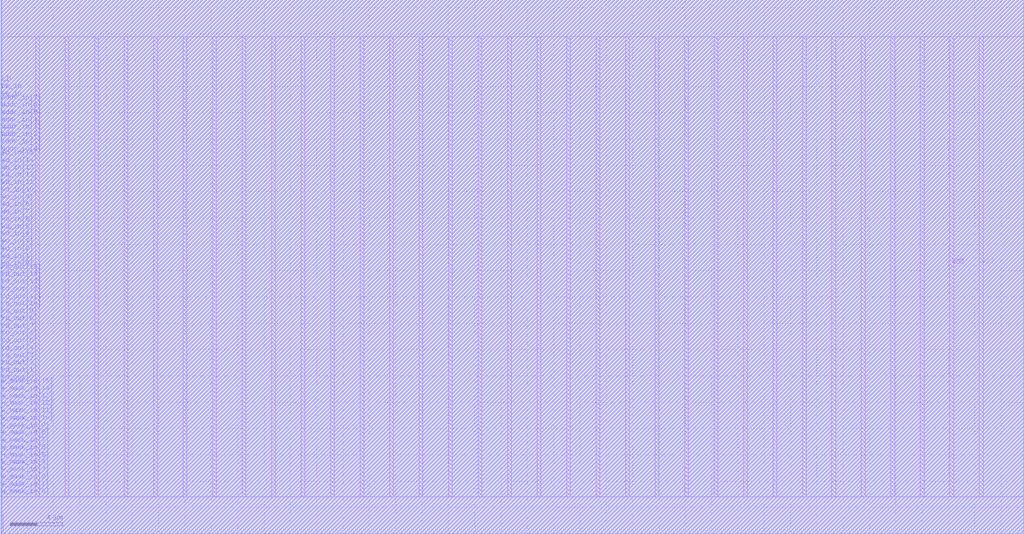
<source format=lef>
VERSION 5.7 ;
BUSBITCHARS "[]" ;
MACRO fakeram45_256x16_upper
  FOREIGN fakeram45_256x16_upper 0 0 ;
  SYMMETRY X Y R90 ;
  SIZE 0.19 BY 1.4 ;
  CLASS BLOCK ;
  PIN w_mask_in[0]
    DIRECTION INPUT ;
    USE SIGNAL ;
    SHAPE ABUTMENT ;
    PORT
      LAYER metal18 ;
      RECT 0.000 2.800 0.070 2.870 ;
    END
  END w_mask_in[0]
  PIN w_mask_in[1]
    DIRECTION INPUT ;
    USE SIGNAL ;
    SHAPE ABUTMENT ;
    PORT
      LAYER metal18 ;
      RECT 0.000 3.360 0.070 3.430 ;
    END
  END w_mask_in[1]
  PIN w_mask_in[2]
    DIRECTION INPUT ;
    USE SIGNAL ;
    SHAPE ABUTMENT ;
    PORT
      LAYER metal18 ;
      RECT 0.000 3.920 0.070 3.990 ;
    END
  END w_mask_in[2]
  PIN w_mask_in[3]
    DIRECTION INPUT ;
    USE SIGNAL ;
    SHAPE ABUTMENT ;
    PORT
      LAYER metal18 ;
      RECT 0.000 4.480 0.070 4.550 ;
    END
  END w_mask_in[3]
  PIN w_mask_in[4]
    DIRECTION INPUT ;
    USE SIGNAL ;
    SHAPE ABUTMENT ;
    PORT
      LAYER metal18 ;
      RECT 0.000 5.040 0.070 5.110 ;
    END
  END w_mask_in[4]
  PIN w_mask_in[5]
    DIRECTION INPUT ;
    USE SIGNAL ;
    SHAPE ABUTMENT ;
    PORT
      LAYER metal18 ;
      RECT 0.000 5.600 0.070 5.670 ;
    END
  END w_mask_in[5]
  PIN w_mask_in[6]
    DIRECTION INPUT ;
    USE SIGNAL ;
    SHAPE ABUTMENT ;
    PORT
      LAYER metal18 ;
      RECT 0.000 6.160 0.070 6.230 ;
    END
  END w_mask_in[6]
  PIN w_mask_in[7]
    DIRECTION INPUT ;
    USE SIGNAL ;
    SHAPE ABUTMENT ;
    PORT
      LAYER metal18 ;
      RECT 0.000 6.720 0.070 6.790 ;
    END
  END w_mask_in[7]
  PIN w_mask_in[8]
    DIRECTION INPUT ;
    USE SIGNAL ;
    SHAPE ABUTMENT ;
    PORT
      LAYER metal18 ;
      RECT 0.000 7.280 0.070 7.350 ;
    END
  END w_mask_in[8]
  PIN w_mask_in[9]
    DIRECTION INPUT ;
    USE SIGNAL ;
    SHAPE ABUTMENT ;
    PORT
      LAYER metal18 ;
      RECT 0.000 7.840 0.070 7.910 ;
    END
  END w_mask_in[9]
  PIN w_mask_in[10]
    DIRECTION INPUT ;
    USE SIGNAL ;
    SHAPE ABUTMENT ;
    PORT
      LAYER metal18 ;
      RECT 0.000 8.400 0.070 8.470 ;
    END
  END w_mask_in[10]
  PIN w_mask_in[11]
    DIRECTION INPUT ;
    USE SIGNAL ;
    SHAPE ABUTMENT ;
    PORT
      LAYER metal18 ;
      RECT 0.000 8.960 0.070 9.030 ;
    END
  END w_mask_in[11]
  PIN w_mask_in[12]
    DIRECTION INPUT ;
    USE SIGNAL ;
    SHAPE ABUTMENT ;
    PORT
      LAYER metal18 ;
      RECT 0.000 9.520 0.070 9.590 ;
    END
  END w_mask_in[12]
  PIN w_mask_in[13]
    DIRECTION INPUT ;
    USE SIGNAL ;
    SHAPE ABUTMENT ;
    PORT
      LAYER metal18 ;
      RECT 0.000 10.080 0.070 10.150 ;
    END
  END w_mask_in[13]
  PIN w_mask_in[14]
    DIRECTION INPUT ;
    USE SIGNAL ;
    SHAPE ABUTMENT ;
    PORT
      LAYER metal18 ;
      RECT 0.000 10.640 0.070 10.710 ;
    END
  END w_mask_in[14]
  PIN w_mask_in[15]
    DIRECTION INPUT ;
    USE SIGNAL ;
    SHAPE ABUTMENT ;
    PORT
      LAYER metal18 ;
      RECT 0.000 11.200 0.070 11.270 ;
    END
  END w_mask_in[15]
  PIN rd_out[0]
    DIRECTION OUTPUT ;
    USE SIGNAL ;
    SHAPE ABUTMENT ;
    PORT
      LAYER metal18 ;
      RECT 0.000 11.480 0.070 11.550 ;
    END
  END rd_out[0]
  PIN rd_out[1]
    DIRECTION OUTPUT ;
    USE SIGNAL ;
    SHAPE ABUTMENT ;
    PORT
      LAYER metal18 ;
      RECT 0.000 12.040 0.070 12.110 ;
    END
  END rd_out[1]
  PIN rd_out[2]
    DIRECTION OUTPUT ;
    USE SIGNAL ;
    SHAPE ABUTMENT ;
    PORT
      LAYER metal18 ;
      RECT 0.000 12.600 0.070 12.670 ;
    END
  END rd_out[2]
  PIN rd_out[3]
    DIRECTION OUTPUT ;
    USE SIGNAL ;
    SHAPE ABUTMENT ;
    PORT
      LAYER metal18 ;
      RECT 0.000 13.160 0.070 13.230 ;
    END
  END rd_out[3]
  PIN rd_out[4]
    DIRECTION OUTPUT ;
    USE SIGNAL ;
    SHAPE ABUTMENT ;
    PORT
      LAYER metal18 ;
      RECT 0.000 13.720 0.070 13.790 ;
    END
  END rd_out[4]
  PIN rd_out[5]
    DIRECTION OUTPUT ;
    USE SIGNAL ;
    SHAPE ABUTMENT ;
    PORT
      LAYER metal18 ;
      RECT 0.000 14.280 0.070 14.350 ;
    END
  END rd_out[5]
  PIN rd_out[6]
    DIRECTION OUTPUT ;
    USE SIGNAL ;
    SHAPE ABUTMENT ;
    PORT
      LAYER metal18 ;
      RECT 0.000 14.840 0.070 14.910 ;
    END
  END rd_out[6]
  PIN rd_out[7]
    DIRECTION OUTPUT ;
    USE SIGNAL ;
    SHAPE ABUTMENT ;
    PORT
      LAYER metal18 ;
      RECT 0.000 15.400 0.070 15.470 ;
    END
  END rd_out[7]
  PIN rd_out[8]
    DIRECTION OUTPUT ;
    USE SIGNAL ;
    SHAPE ABUTMENT ;
    PORT
      LAYER metal18 ;
      RECT 0.000 15.960 0.070 16.030 ;
    END
  END rd_out[8]
  PIN rd_out[9]
    DIRECTION OUTPUT ;
    USE SIGNAL ;
    SHAPE ABUTMENT ;
    PORT
      LAYER metal18 ;
      RECT 0.000 16.520 0.070 16.590 ;
    END
  END rd_out[9]
  PIN rd_out[10]
    DIRECTION OUTPUT ;
    USE SIGNAL ;
    SHAPE ABUTMENT ;
    PORT
      LAYER metal18 ;
      RECT 0.000 17.080 0.070 17.150 ;
    END
  END rd_out[10]
  PIN rd_out[11]
    DIRECTION OUTPUT ;
    USE SIGNAL ;
    SHAPE ABUTMENT ;
    PORT
      LAYER metal18 ;
      RECT 0.000 17.640 0.070 17.710 ;
    END
  END rd_out[11]
  PIN rd_out[12]
    DIRECTION OUTPUT ;
    USE SIGNAL ;
    SHAPE ABUTMENT ;
    PORT
      LAYER metal18 ;
      RECT 0.000 18.200 0.070 18.270 ;
    END
  END rd_out[12]
  PIN rd_out[13]
    DIRECTION OUTPUT ;
    USE SIGNAL ;
    SHAPE ABUTMENT ;
    PORT
      LAYER metal18 ;
      RECT 0.000 18.760 0.070 18.830 ;
    END
  END rd_out[13]
  PIN rd_out[14]
    DIRECTION OUTPUT ;
    USE SIGNAL ;
    SHAPE ABUTMENT ;
    PORT
      LAYER metal18 ;
      RECT 0.000 19.320 0.070 19.390 ;
    END
  END rd_out[14]
  PIN rd_out[15]
    DIRECTION OUTPUT ;
    USE SIGNAL ;
    SHAPE ABUTMENT ;
    PORT
      LAYER metal18 ;
      RECT 0.000 19.880 0.070 19.950 ;
    END
  END rd_out[15]
  PIN wd_in[0]
    DIRECTION INPUT ;
    USE SIGNAL ;
    SHAPE ABUTMENT ;
    PORT
      LAYER metal18 ;
      RECT 0.000 20.160 0.070 20.230 ;
    END
  END wd_in[0]
  PIN wd_in[1]
    DIRECTION INPUT ;
    USE SIGNAL ;
    SHAPE ABUTMENT ;
    PORT
      LAYER metal18 ;
      RECT 0.000 20.720 0.070 20.790 ;
    END
  END wd_in[1]
  PIN wd_in[2]
    DIRECTION INPUT ;
    USE SIGNAL ;
    SHAPE ABUTMENT ;
    PORT
      LAYER metal18 ;
      RECT 0.000 21.280 0.070 21.350 ;
    END
  END wd_in[2]
  PIN wd_in[3]
    DIRECTION INPUT ;
    USE SIGNAL ;
    SHAPE ABUTMENT ;
    PORT
      LAYER metal18 ;
      RECT 0.000 21.840 0.070 21.910 ;
    END
  END wd_in[3]
  PIN wd_in[4]
    DIRECTION INPUT ;
    USE SIGNAL ;
    SHAPE ABUTMENT ;
    PORT
      LAYER metal18 ;
      RECT 0.000 22.400 0.070 22.470 ;
    END
  END wd_in[4]
  PIN wd_in[5]
    DIRECTION INPUT ;
    USE SIGNAL ;
    SHAPE ABUTMENT ;
    PORT
      LAYER metal18 ;
      RECT 0.000 22.960 0.070 23.030 ;
    END
  END wd_in[5]
  PIN wd_in[6]
    DIRECTION INPUT ;
    USE SIGNAL ;
    SHAPE ABUTMENT ;
    PORT
      LAYER metal18 ;
      RECT 0.000 23.520 0.070 23.590 ;
    END
  END wd_in[6]
  PIN wd_in[7]
    DIRECTION INPUT ;
    USE SIGNAL ;
    SHAPE ABUTMENT ;
    PORT
      LAYER metal18 ;
      RECT 0.000 24.080 0.070 24.150 ;
    END
  END wd_in[7]
  PIN wd_in[8]
    DIRECTION INPUT ;
    USE SIGNAL ;
    SHAPE ABUTMENT ;
    PORT
      LAYER metal18 ;
      RECT 0.000 24.640 0.070 24.710 ;
    END
  END wd_in[8]
  PIN wd_in[9]
    DIRECTION INPUT ;
    USE SIGNAL ;
    SHAPE ABUTMENT ;
    PORT
      LAYER metal18 ;
      RECT 0.000 25.200 0.070 25.270 ;
    END
  END wd_in[9]
  PIN wd_in[10]
    DIRECTION INPUT ;
    USE SIGNAL ;
    SHAPE ABUTMENT ;
    PORT
      LAYER metal18 ;
      RECT 0.000 25.760 0.070 25.830 ;
    END
  END wd_in[10]
  PIN wd_in[11]
    DIRECTION INPUT ;
    USE SIGNAL ;
    SHAPE ABUTMENT ;
    PORT
      LAYER metal18 ;
      RECT 0.000 26.320 0.070 26.390 ;
    END
  END wd_in[11]
  PIN wd_in[12]
    DIRECTION INPUT ;
    USE SIGNAL ;
    SHAPE ABUTMENT ;
    PORT
      LAYER metal18 ;
      RECT 0.000 26.880 0.070 26.950 ;
    END
  END wd_in[12]
  PIN wd_in[13]
    DIRECTION INPUT ;
    USE SIGNAL ;
    SHAPE ABUTMENT ;
    PORT
      LAYER metal18 ;
      RECT 0.000 27.440 0.070 27.510 ;
    END
  END wd_in[13]
  PIN wd_in[14]
    DIRECTION INPUT ;
    USE SIGNAL ;
    SHAPE ABUTMENT ;
    PORT
      LAYER metal18 ;
      RECT 0.000 28.000 0.070 28.070 ;
    END
  END wd_in[14]
  PIN wd_in[15]
    DIRECTION INPUT ;
    USE SIGNAL ;
    SHAPE ABUTMENT ;
    PORT
      LAYER metal18 ;
      RECT 0.000 28.560 0.070 28.630 ;
    END
  END wd_in[15]
  PIN addr_in[0]
    DIRECTION INPUT ;
    USE SIGNAL ;
    SHAPE ABUTMENT ;
    PORT
      LAYER metal18 ;
      RECT 0.000 28.840 0.070 28.910 ;
    END
  END addr_in[0]
  PIN addr_in[1]
    DIRECTION INPUT ;
    USE SIGNAL ;
    SHAPE ABUTMENT ;
    PORT
      LAYER metal18 ;
      RECT 0.000 29.400 0.070 29.470 ;
    END
  END addr_in[1]
  PIN addr_in[2]
    DIRECTION INPUT ;
    USE SIGNAL ;
    SHAPE ABUTMENT ;
    PORT
      LAYER metal18 ;
      RECT 0.000 29.960 0.070 30.030 ;
    END
  END addr_in[2]
  PIN addr_in[3]
    DIRECTION INPUT ;
    USE SIGNAL ;
    SHAPE ABUTMENT ;
    PORT
      LAYER metal18 ;
      RECT 0.000 30.520 0.070 30.590 ;
    END
  END addr_in[3]
  PIN addr_in[4]
    DIRECTION INPUT ;
    USE SIGNAL ;
    SHAPE ABUTMENT ;
    PORT
      LAYER metal18 ;
      RECT 0.000 31.080 0.070 31.150 ;
    END
  END addr_in[4]
  PIN addr_in[5]
    DIRECTION INPUT ;
    USE SIGNAL ;
    SHAPE ABUTMENT ;
    PORT
      LAYER metal18 ;
      RECT 0.000 31.640 0.070 31.710 ;
    END
  END addr_in[5]
  PIN addr_in[6]
    DIRECTION INPUT ;
    USE SIGNAL ;
    SHAPE ABUTMENT ;
    PORT
      LAYER metal18 ;
      RECT 0.000 32.200 0.070 32.270 ;
    END
  END addr_in[6]
  PIN addr_in[7]
    DIRECTION INPUT ;
    USE SIGNAL ;
    SHAPE ABUTMENT ;
    PORT
      LAYER metal18 ;
      RECT 0.000 32.760 0.070 32.830 ;
    END
  END addr_in[7]
  PIN we_in
    DIRECTION INPUT ;
    USE SIGNAL ;
    SHAPE ABUTMENT ;
    PORT
      LAYER metal18 ;
      RECT 0.000 33.040 0.070 33.110 ;
    END
  END we_in
  PIN ce_in
    DIRECTION INPUT ;
    USE SIGNAL ;
    SHAPE ABUTMENT ;
    PORT
      LAYER metal18 ;
      RECT 0.000 33.600 0.070 33.670 ;
    END
  END ce_in
  PIN clk
    DIRECTION INPUT ;
    USE SIGNAL ;
    SHAPE ABUTMENT ;
    PORT
      LAYER metal18 ;
      RECT 0.000 34.160 0.070 34.230 ;
    END
  END clk
  PIN VSS
    DIRECTION INOUT ;
    USE GROUND ;
    PORT
      LAYER metal17 ;
      RECT 2.660 2.800 2.940 37.800 ;
      RECT 7.140 2.800 7.420 37.800 ;
      RECT 11.620 2.800 11.900 37.800 ;
      RECT 16.100 2.800 16.380 37.800 ;
      RECT 20.580 2.800 20.860 37.800 ;
      RECT 25.060 2.800 25.340 37.800 ;
      RECT 29.540 2.800 29.820 37.800 ;
      RECT 34.020 2.800 34.300 37.800 ;
      RECT 38.500 2.800 38.780 37.800 ;
      RECT 42.980 2.800 43.260 37.800 ;
      RECT 47.460 2.800 47.740 37.800 ;
      RECT 51.940 2.800 52.220 37.800 ;
      RECT 56.420 2.800 56.700 37.800 ;
      RECT 60.900 2.800 61.180 37.800 ;
      RECT 65.380 2.800 65.660 37.800 ;
      RECT 69.860 2.800 70.140 37.800 ;
      RECT 74.340 2.800 74.620 37.800 ;
    END
  END VSS
  PIN VDD
    DIRECTION INOUT ;
    USE POWER ;
    PORT
      LAYER metal17 ;
      RECT 4.900 2.800 5.180 37.800 ;
      RECT 9.380 2.800 9.660 37.800 ;
      RECT 13.860 2.800 14.140 37.800 ;
      RECT 18.340 2.800 18.620 37.800 ;
      RECT 22.820 2.800 23.100 37.800 ;
      RECT 27.300 2.800 27.580 37.800 ;
      RECT 31.780 2.800 32.060 37.800 ;
      RECT 36.260 2.800 36.540 37.800 ;
      RECT 40.740 2.800 41.020 37.800 ;
      RECT 45.220 2.800 45.500 37.800 ;
      RECT 49.700 2.800 49.980 37.800 ;
      RECT 54.180 2.800 54.460 37.800 ;
      RECT 58.660 2.800 58.940 37.800 ;
      RECT 63.140 2.800 63.420 37.800 ;
      RECT 67.620 2.800 67.900 37.800 ;
      RECT 72.100 2.800 72.380 37.800 ;
    END
  END VDD
  OBS
    LAYER metal20 ;
    RECT 0 0 77.710 40.600 ;
    LAYER metal19 ;
    RECT 0 0 77.710 40.600 ;
    LAYER metal18 ;
    RECT 0.070 0 77.710 40.600 ;
    RECT 0 0.000 0.070 2.800 ;
    RECT 0 2.870 0.070 3.360 ;
    RECT 0 3.430 0.070 3.920 ;
    RECT 0 3.990 0.070 4.480 ;
    RECT 0 4.550 0.070 5.040 ;
    RECT 0 5.110 0.070 5.600 ;
    RECT 0 5.670 0.070 6.160 ;
    RECT 0 6.230 0.070 6.720 ;
    RECT 0 6.790 0.070 7.280 ;
    RECT 0 7.350 0.070 7.840 ;
    RECT 0 7.910 0.070 8.400 ;
    RECT 0 8.470 0.070 8.960 ;
    RECT 0 9.030 0.070 9.520 ;
    RECT 0 9.590 0.070 10.080 ;
    RECT 0 10.150 0.070 10.640 ;
    RECT 0 10.710 0.070 11.200 ;
    RECT 0 11.270 0.070 11.480 ;
    RECT 0 11.550 0.070 12.040 ;
    RECT 0 12.110 0.070 12.600 ;
    RECT 0 12.670 0.070 13.160 ;
    RECT 0 13.230 0.070 13.720 ;
    RECT 0 13.790 0.070 14.280 ;
    RECT 0 14.350 0.070 14.840 ;
    RECT 0 14.910 0.070 15.400 ;
    RECT 0 15.470 0.070 15.960 ;
    RECT 0 16.030 0.070 16.520 ;
    RECT 0 16.590 0.070 17.080 ;
    RECT 0 17.150 0.070 17.640 ;
    RECT 0 17.710 0.070 18.200 ;
    RECT 0 18.270 0.070 18.760 ;
    RECT 0 18.830 0.070 19.320 ;
    RECT 0 19.390 0.070 19.880 ;
    RECT 0 19.950 0.070 20.160 ;
    RECT 0 20.230 0.070 20.720 ;
    RECT 0 20.790 0.070 21.280 ;
    RECT 0 21.350 0.070 21.840 ;
    RECT 0 21.910 0.070 22.400 ;
    RECT 0 22.470 0.070 22.960 ;
    RECT 0 23.030 0.070 23.520 ;
    RECT 0 23.590 0.070 24.080 ;
    RECT 0 24.150 0.070 24.640 ;
    RECT 0 24.710 0.070 25.200 ;
    RECT 0 25.270 0.070 25.760 ;
    RECT 0 25.830 0.070 26.320 ;
    RECT 0 26.390 0.070 26.880 ;
    RECT 0 26.950 0.070 27.440 ;
    RECT 0 27.510 0.070 28.000 ;
    RECT 0 28.070 0.070 28.560 ;
    RECT 0 28.630 0.070 28.840 ;
    RECT 0 28.910 0.070 29.400 ;
    RECT 0 29.470 0.070 29.960 ;
    RECT 0 30.030 0.070 30.520 ;
    RECT 0 30.590 0.070 31.080 ;
    RECT 0 31.150 0.070 31.640 ;
    RECT 0 31.710 0.070 32.200 ;
    RECT 0 32.270 0.070 32.760 ;
    RECT 0 32.830 0.070 33.040 ;
    RECT 0 33.110 0.070 33.600 ;
    RECT 0 33.670 0.070 34.160 ;
    RECT 0 34.230 0.070 40.600 ;
    LAYER metal17 ;
    RECT 0 0 77.710 2.800 ;
    RECT 0 37.800 77.710 40.600 ;
    RECT 0.000 2.800 2.660 37.800 ;
    RECT 2.940 2.800 4.900 37.800 ;
    RECT 5.180 2.800 7.140 37.800 ;
    RECT 7.420 2.800 9.380 37.800 ;
    RECT 9.660 2.800 11.620 37.800 ;
    RECT 11.900 2.800 13.860 37.800 ;
    RECT 14.140 2.800 16.100 37.800 ;
    RECT 16.380 2.800 18.340 37.800 ;
    RECT 18.620 2.800 20.580 37.800 ;
    RECT 20.860 2.800 22.820 37.800 ;
    RECT 23.100 2.800 25.060 37.800 ;
    RECT 25.340 2.800 27.300 37.800 ;
    RECT 27.580 2.800 29.540 37.800 ;
    RECT 29.820 2.800 31.780 37.800 ;
    RECT 32.060 2.800 34.020 37.800 ;
    RECT 34.300 2.800 36.260 37.800 ;
    RECT 36.540 2.800 38.500 37.800 ;
    RECT 38.780 2.800 40.740 37.800 ;
    RECT 41.020 2.800 42.980 37.800 ;
    RECT 43.260 2.800 45.220 37.800 ;
    RECT 45.500 2.800 47.460 37.800 ;
    RECT 47.740 2.800 49.700 37.800 ;
    RECT 49.980 2.800 51.940 37.800 ;
    RECT 52.220 2.800 54.180 37.800 ;
    RECT 54.460 2.800 56.420 37.800 ;
    RECT 56.700 2.800 58.660 37.800 ;
    RECT 58.940 2.800 60.900 37.800 ;
    RECT 61.180 2.800 63.140 37.800 ;
    RECT 63.420 2.800 65.380 37.800 ;
    RECT 65.660 2.800 67.620 37.800 ;
    RECT 67.900 2.800 69.860 37.800 ;
    RECT 70.140 2.800 72.100 37.800 ;
    RECT 72.380 2.800 74.340 37.800 ;
    RECT 74.620 2.800 77.710 37.800 ;
  END
END fakeram45_256x16_upper

END LIBRARY

</source>
